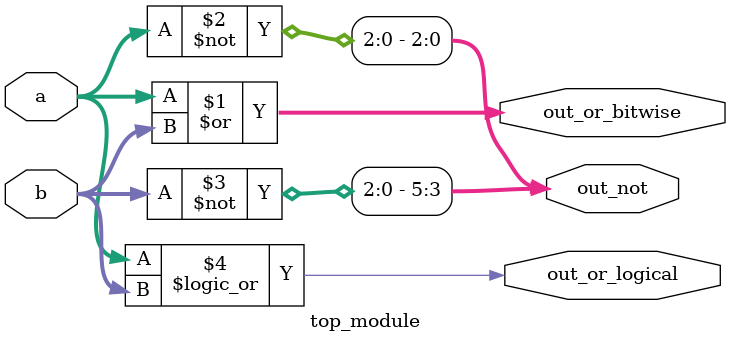
<source format=v>
module top_module( 
    input [2:0] a,
    input [2:0] b,
    output [2:0] out_or_bitwise,
    output out_or_logical,
    output [5:0] out_not
);
	assign out_or_bitwise = a | b;
    assign out_not = {~b, ~a};
    assign out_or_logical = a || b;
endmodule

</source>
